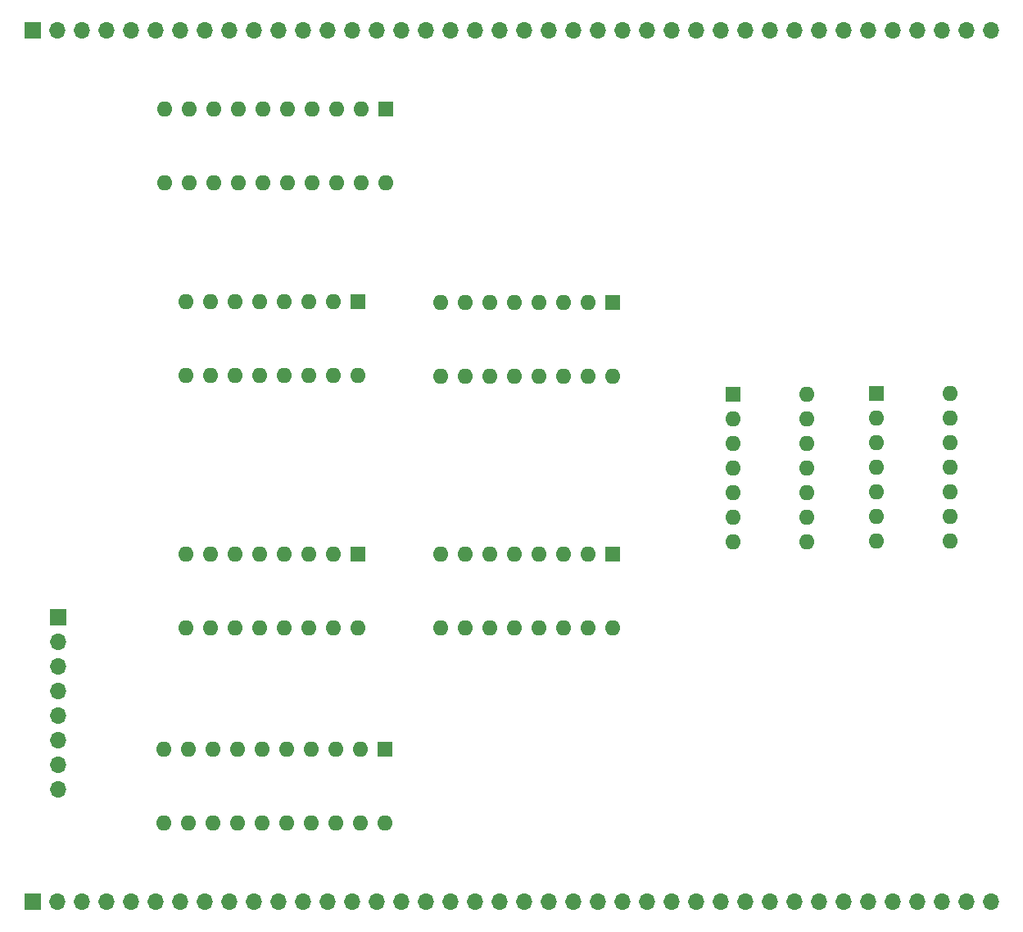
<source format=gbs>
G04 #@! TF.GenerationSoftware,KiCad,Pcbnew,(5.1.9)-1*
G04 #@! TF.CreationDate,2022-01-17T22:46:32-05:00*
G04 #@! TF.ProjectId,pc-sp,70632d73-702e-46b6-9963-61645f706362,1.1*
G04 #@! TF.SameCoordinates,Original*
G04 #@! TF.FileFunction,Soldermask,Bot*
G04 #@! TF.FilePolarity,Negative*
%FSLAX46Y46*%
G04 Gerber Fmt 4.6, Leading zero omitted, Abs format (unit mm)*
G04 Created by KiCad (PCBNEW (5.1.9)-1) date 2022-01-17 22:46:32*
%MOMM*%
%LPD*%
G01*
G04 APERTURE LIST*
%ADD10O,1.600000X1.600000*%
%ADD11R,1.600000X1.600000*%
%ADD12O,1.700000X1.700000*%
%ADD13R,1.700000X1.700000*%
G04 APERTURE END LIST*
D10*
X120000000Y-81620000D03*
X102220000Y-74000000D03*
X117460000Y-81620000D03*
X104760000Y-74000000D03*
X114920000Y-81620000D03*
X107300000Y-74000000D03*
X112380000Y-81620000D03*
X109840000Y-74000000D03*
X109840000Y-81620000D03*
X112380000Y-74000000D03*
X107300000Y-81620000D03*
X114920000Y-74000000D03*
X104760000Y-81620000D03*
X117460000Y-74000000D03*
X102220000Y-81620000D03*
D11*
X120000000Y-74000000D03*
D10*
X146400000Y-81710000D03*
X128620000Y-74090000D03*
X143860000Y-81710000D03*
X131160000Y-74090000D03*
X141320000Y-81710000D03*
X133700000Y-74090000D03*
X138780000Y-81710000D03*
X136240000Y-74090000D03*
X136240000Y-81710000D03*
X138780000Y-74090000D03*
X133700000Y-81710000D03*
X141320000Y-74090000D03*
X131160000Y-81710000D03*
X143860000Y-74090000D03*
X128620000Y-81710000D03*
D11*
X146400000Y-74090000D03*
D12*
X89000000Y-124380000D03*
X89000000Y-121840000D03*
X89000000Y-119300000D03*
X89000000Y-116760000D03*
X89000000Y-114220000D03*
X89000000Y-111680000D03*
X89000000Y-109140000D03*
D13*
X89000000Y-106600000D03*
D10*
X166420000Y-83600000D03*
X158800000Y-98840000D03*
X166420000Y-86140000D03*
X158800000Y-96300000D03*
X166420000Y-88680000D03*
X158800000Y-93760000D03*
X166420000Y-91220000D03*
X158800000Y-91220000D03*
X166420000Y-93760000D03*
X158800000Y-88680000D03*
X166420000Y-96300000D03*
X158800000Y-86140000D03*
X166420000Y-98840000D03*
D11*
X158800000Y-83600000D03*
D10*
X122860000Y-127870000D03*
X100000000Y-120250000D03*
X120320000Y-127870000D03*
X102540000Y-120250000D03*
X117780000Y-127870000D03*
X105080000Y-120250000D03*
X115240000Y-127870000D03*
X107620000Y-120250000D03*
X112700000Y-127870000D03*
X110160000Y-120250000D03*
X110160000Y-127870000D03*
X112700000Y-120250000D03*
X107620000Y-127870000D03*
X115240000Y-120250000D03*
X105080000Y-127870000D03*
X117780000Y-120250000D03*
X102540000Y-127870000D03*
X120320000Y-120250000D03*
X100000000Y-127870000D03*
D11*
X122860000Y-120250000D03*
D10*
X181210000Y-83520000D03*
X173590000Y-98760000D03*
X181210000Y-86060000D03*
X173590000Y-96220000D03*
X181210000Y-88600000D03*
X173590000Y-93680000D03*
X181210000Y-91140000D03*
X173590000Y-91140000D03*
X181210000Y-93680000D03*
X173590000Y-88600000D03*
X181210000Y-96220000D03*
X173590000Y-86060000D03*
X181210000Y-98760000D03*
D11*
X173590000Y-83520000D03*
D10*
X120000000Y-107750000D03*
X102220000Y-100130000D03*
X117460000Y-107750000D03*
X104760000Y-100130000D03*
X114920000Y-107750000D03*
X107300000Y-100130000D03*
X112380000Y-107750000D03*
X109840000Y-100130000D03*
X109840000Y-107750000D03*
X112380000Y-100130000D03*
X107300000Y-107750000D03*
X114920000Y-100130000D03*
X104760000Y-107750000D03*
X117460000Y-100130000D03*
X102220000Y-107750000D03*
D11*
X120000000Y-100130000D03*
D10*
X146400000Y-107740000D03*
X128620000Y-100120000D03*
X143860000Y-107740000D03*
X131160000Y-100120000D03*
X141320000Y-107740000D03*
X133700000Y-100120000D03*
X138780000Y-107740000D03*
X136240000Y-100120000D03*
X136240000Y-107740000D03*
X138780000Y-100120000D03*
X133700000Y-107740000D03*
X141320000Y-100120000D03*
X131160000Y-107740000D03*
X143860000Y-100120000D03*
X128620000Y-107740000D03*
D11*
X146400000Y-100120000D03*
D10*
X122900000Y-61720000D03*
X100040000Y-54100000D03*
X120360000Y-61720000D03*
X102580000Y-54100000D03*
X117820000Y-61720000D03*
X105120000Y-54100000D03*
X115280000Y-61720000D03*
X107660000Y-54100000D03*
X112740000Y-61720000D03*
X110200000Y-54100000D03*
X110200000Y-61720000D03*
X112740000Y-54100000D03*
X107660000Y-61720000D03*
X115280000Y-54100000D03*
X105120000Y-61720000D03*
X117820000Y-54100000D03*
X102580000Y-61720000D03*
X120360000Y-54100000D03*
X100040000Y-61720000D03*
D11*
X122900000Y-54100000D03*
D12*
X185460000Y-136000000D03*
X182920000Y-136000000D03*
X180380000Y-136000000D03*
X177840000Y-136000000D03*
X175300000Y-136000000D03*
X172760000Y-136000000D03*
X170220000Y-136000000D03*
X167680000Y-136000000D03*
X165140000Y-136000000D03*
X162600000Y-136000000D03*
X160060000Y-136000000D03*
X157520000Y-136000000D03*
X154980000Y-136000000D03*
X152440000Y-136000000D03*
X149900000Y-136000000D03*
X147360000Y-136000000D03*
X144820000Y-136000000D03*
X142280000Y-136000000D03*
X139740000Y-136000000D03*
X137200000Y-136000000D03*
X134660000Y-136000000D03*
X132120000Y-136000000D03*
X129580000Y-136000000D03*
X127040000Y-136000000D03*
X124500000Y-136000000D03*
X121960000Y-136000000D03*
X119420000Y-136000000D03*
X116880000Y-136000000D03*
X114340000Y-136000000D03*
X111800000Y-136000000D03*
X109260000Y-136000000D03*
X106720000Y-136000000D03*
X104180000Y-136000000D03*
X101640000Y-136000000D03*
X99100000Y-136000000D03*
X96560000Y-136000000D03*
X94020000Y-136000000D03*
X91480000Y-136000000D03*
X88940000Y-136000000D03*
D13*
X86400000Y-136000000D03*
D12*
X185460000Y-46000000D03*
X182920000Y-46000000D03*
X180380000Y-46000000D03*
X177840000Y-46000000D03*
X175300000Y-46000000D03*
X172760000Y-46000000D03*
X170220000Y-46000000D03*
X167680000Y-46000000D03*
X165140000Y-46000000D03*
X162600000Y-46000000D03*
X160060000Y-46000000D03*
X157520000Y-46000000D03*
X154980000Y-46000000D03*
X152440000Y-46000000D03*
X149900000Y-46000000D03*
X147360000Y-46000000D03*
X144820000Y-46000000D03*
X142280000Y-46000000D03*
X139740000Y-46000000D03*
X137200000Y-46000000D03*
X134660000Y-46000000D03*
X132120000Y-46000000D03*
X129580000Y-46000000D03*
X127040000Y-46000000D03*
X124500000Y-46000000D03*
X121960000Y-46000000D03*
X119420000Y-46000000D03*
X116880000Y-46000000D03*
X114340000Y-46000000D03*
X111800000Y-46000000D03*
X109260000Y-46000000D03*
X106720000Y-46000000D03*
X104180000Y-46000000D03*
X101640000Y-46000000D03*
X99100000Y-46000000D03*
X96560000Y-46000000D03*
X94020000Y-46000000D03*
X91480000Y-46000000D03*
X88940000Y-46000000D03*
D13*
X86400000Y-46000000D03*
M02*

</source>
